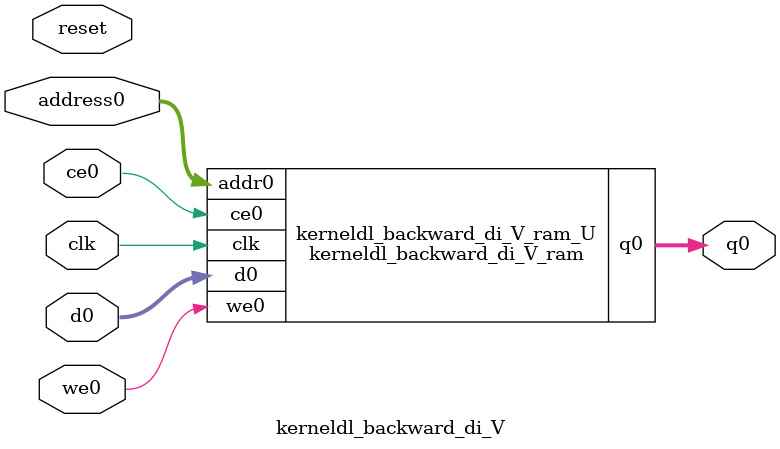
<source format=v>
`timescale 1 ns / 1 ps
module kerneldl_backward_di_V_ram (addr0, ce0, d0, we0, q0,  clk);

parameter DWIDTH = 16;
parameter AWIDTH = 9;
parameter MEM_SIZE = 320;

input[AWIDTH-1:0] addr0;
input ce0;
input[DWIDTH-1:0] d0;
input we0;
output reg[DWIDTH-1:0] q0;
input clk;

(* ram_style = "block" *)reg [DWIDTH-1:0] ram[0:MEM_SIZE-1];




always @(posedge clk)  
begin 
    if (ce0) begin
        if (we0) 
            ram[addr0] <= d0; 
        q0 <= ram[addr0];
    end
end


endmodule

`timescale 1 ns / 1 ps
module kerneldl_backward_di_V(
    reset,
    clk,
    address0,
    ce0,
    we0,
    d0,
    q0);

parameter DataWidth = 32'd16;
parameter AddressRange = 32'd320;
parameter AddressWidth = 32'd9;
input reset;
input clk;
input[AddressWidth - 1:0] address0;
input ce0;
input we0;
input[DataWidth - 1:0] d0;
output[DataWidth - 1:0] q0;



kerneldl_backward_di_V_ram kerneldl_backward_di_V_ram_U(
    .clk( clk ),
    .addr0( address0 ),
    .ce0( ce0 ),
    .we0( we0 ),
    .d0( d0 ),
    .q0( q0 ));

endmodule


</source>
